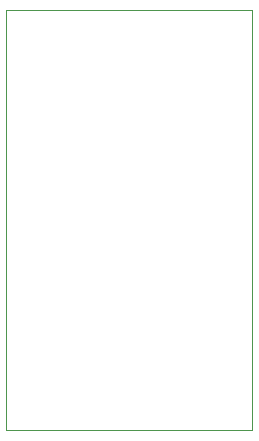
<source format=gbr>
%TF.GenerationSoftware,KiCad,Pcbnew,(5.1.9)-1*%
%TF.CreationDate,2022-01-17T18:14:23-05:00*%
%TF.ProjectId,Dev16x4USB,44657631-3678-4345-9553-422e6b696361,rev?*%
%TF.SameCoordinates,Original*%
%TF.FileFunction,Profile,NP*%
%FSLAX46Y46*%
G04 Gerber Fmt 4.6, Leading zero omitted, Abs format (unit mm)*
G04 Created by KiCad (PCBNEW (5.1.9)-1) date 2022-01-17 18:14:23*
%MOMM*%
%LPD*%
G01*
G04 APERTURE LIST*
%TA.AperFunction,Profile*%
%ADD10C,0.050000*%
%TD*%
G04 APERTURE END LIST*
D10*
X125984000Y-111252000D02*
X105156000Y-111252000D01*
X125984000Y-75692000D02*
X125984000Y-111252000D01*
X105156000Y-75692000D02*
X125984000Y-75692000D01*
X105156000Y-111252000D02*
X105156000Y-75692000D01*
M02*

</source>
